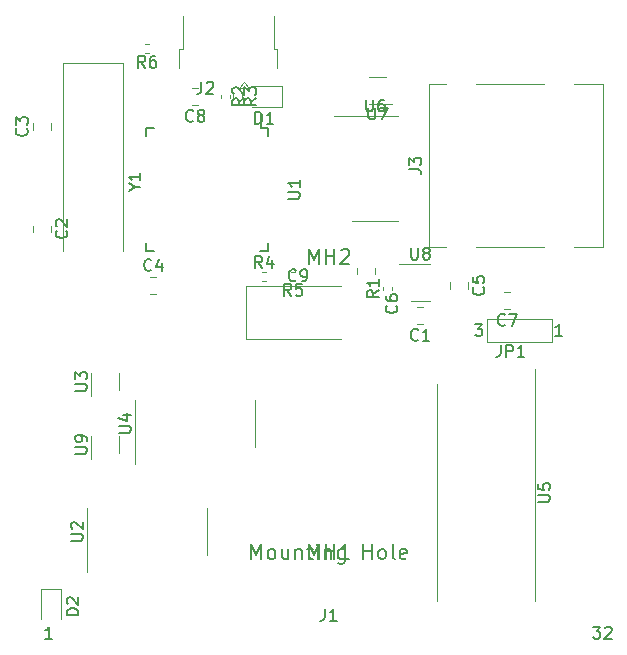
<source format=gbr>
%TF.GenerationSoftware,KiCad,Pcbnew,(6.0.9)*%
%TF.CreationDate,2023-01-10T17:41:50+01:00*%
%TF.ProjectId,gbcart,67626361-7274-42e6-9b69-6361645f7063,rev?*%
%TF.SameCoordinates,Original*%
%TF.FileFunction,Legend,Top*%
%TF.FilePolarity,Positive*%
%FSLAX46Y46*%
G04 Gerber Fmt 4.6, Leading zero omitted, Abs format (unit mm)*
G04 Created by KiCad (PCBNEW (6.0.9)) date 2023-01-10 17:41:50*
%MOMM*%
%LPD*%
G01*
G04 APERTURE LIST*
%ADD10C,0.150000*%
%ADD11C,0.120000*%
G04 APERTURE END LIST*
D10*
%TO.C,R4*%
X118197333Y-81578380D02*
X117864000Y-81102190D01*
X117625904Y-81578380D02*
X117625904Y-80578380D01*
X118006857Y-80578380D01*
X118102095Y-80626000D01*
X118149714Y-80673619D01*
X118197333Y-80768857D01*
X118197333Y-80911714D01*
X118149714Y-81006952D01*
X118102095Y-81054571D01*
X118006857Y-81102190D01*
X117625904Y-81102190D01*
X119054476Y-80911714D02*
X119054476Y-81578380D01*
X118816380Y-80530761D02*
X118578285Y-81245047D01*
X119197333Y-81245047D01*
%TO.C,J3*%
X130652380Y-73231333D02*
X131366666Y-73231333D01*
X131509523Y-73278952D01*
X131604761Y-73374190D01*
X131652380Y-73517047D01*
X131652380Y-73612285D01*
X130652380Y-72850380D02*
X130652380Y-72231333D01*
X131033333Y-72564666D01*
X131033333Y-72421809D01*
X131080952Y-72326571D01*
X131128571Y-72278952D01*
X131223809Y-72231333D01*
X131461904Y-72231333D01*
X131557142Y-72278952D01*
X131604761Y-72326571D01*
X131652380Y-72421809D01*
X131652380Y-72707523D01*
X131604761Y-72802761D01*
X131557142Y-72850380D01*
%TO.C,J2*%
X113057666Y-65809380D02*
X113057666Y-66523666D01*
X113010047Y-66666523D01*
X112914809Y-66761761D01*
X112771952Y-66809380D01*
X112676714Y-66809380D01*
X113486238Y-65904619D02*
X113533857Y-65857000D01*
X113629095Y-65809380D01*
X113867190Y-65809380D01*
X113962428Y-65857000D01*
X114010047Y-65904619D01*
X114057666Y-65999857D01*
X114057666Y-66095095D01*
X114010047Y-66237952D01*
X113438619Y-66809380D01*
X114057666Y-66809380D01*
%TO.C,D2*%
X102632380Y-110974095D02*
X101632380Y-110974095D01*
X101632380Y-110736000D01*
X101680000Y-110593142D01*
X101775238Y-110497904D01*
X101870476Y-110450285D01*
X102060952Y-110402666D01*
X102203809Y-110402666D01*
X102394285Y-110450285D01*
X102489523Y-110497904D01*
X102584761Y-110593142D01*
X102632380Y-110736000D01*
X102632380Y-110974095D01*
X101727619Y-110021714D02*
X101680000Y-109974095D01*
X101632380Y-109878857D01*
X101632380Y-109640761D01*
X101680000Y-109545523D01*
X101727619Y-109497904D01*
X101822857Y-109450285D01*
X101918095Y-109450285D01*
X102060952Y-109497904D01*
X102632380Y-110069333D01*
X102632380Y-109450285D01*
%TO.C,C7*%
X138749833Y-86365142D02*
X138702214Y-86412761D01*
X138559357Y-86460380D01*
X138464119Y-86460380D01*
X138321261Y-86412761D01*
X138226023Y-86317523D01*
X138178404Y-86222285D01*
X138130785Y-86031809D01*
X138130785Y-85888952D01*
X138178404Y-85698476D01*
X138226023Y-85603238D01*
X138321261Y-85508000D01*
X138464119Y-85460380D01*
X138559357Y-85460380D01*
X138702214Y-85508000D01*
X138749833Y-85555619D01*
X139083166Y-85460380D02*
X139749833Y-85460380D01*
X139321261Y-86460380D01*
%TO.C,C4*%
X108820833Y-81735142D02*
X108773214Y-81782761D01*
X108630357Y-81830380D01*
X108535119Y-81830380D01*
X108392261Y-81782761D01*
X108297023Y-81687523D01*
X108249404Y-81592285D01*
X108201785Y-81401809D01*
X108201785Y-81258952D01*
X108249404Y-81068476D01*
X108297023Y-80973238D01*
X108392261Y-80878000D01*
X108535119Y-80830380D01*
X108630357Y-80830380D01*
X108773214Y-80878000D01*
X108820833Y-80925619D01*
X109677976Y-81163714D02*
X109677976Y-81830380D01*
X109439880Y-80782761D02*
X109201785Y-81497047D01*
X109820833Y-81497047D01*
%TO.C,R2*%
X116684380Y-67222666D02*
X116208190Y-67556000D01*
X116684380Y-67794095D02*
X115684380Y-67794095D01*
X115684380Y-67413142D01*
X115732000Y-67317904D01*
X115779619Y-67270285D01*
X115874857Y-67222666D01*
X116017714Y-67222666D01*
X116112952Y-67270285D01*
X116160571Y-67317904D01*
X116208190Y-67413142D01*
X116208190Y-67794095D01*
X115779619Y-66841714D02*
X115732000Y-66794095D01*
X115684380Y-66698857D01*
X115684380Y-66460761D01*
X115732000Y-66365523D01*
X115779619Y-66317904D01*
X115874857Y-66270285D01*
X115970095Y-66270285D01*
X116112952Y-66317904D01*
X116684380Y-66889333D01*
X116684380Y-66270285D01*
%TO.C,U8*%
X130810095Y-79856380D02*
X130810095Y-80665904D01*
X130857714Y-80761142D01*
X130905333Y-80808761D01*
X131000571Y-80856380D01*
X131191047Y-80856380D01*
X131286285Y-80808761D01*
X131333904Y-80761142D01*
X131381523Y-80665904D01*
X131381523Y-79856380D01*
X132000571Y-80284952D02*
X131905333Y-80237333D01*
X131857714Y-80189714D01*
X131810095Y-80094476D01*
X131810095Y-80046857D01*
X131857714Y-79951619D01*
X131905333Y-79904000D01*
X132000571Y-79856380D01*
X132191047Y-79856380D01*
X132286285Y-79904000D01*
X132333904Y-79951619D01*
X132381523Y-80046857D01*
X132381523Y-80094476D01*
X132333904Y-80189714D01*
X132286285Y-80237333D01*
X132191047Y-80284952D01*
X132000571Y-80284952D01*
X131905333Y-80332571D01*
X131857714Y-80380190D01*
X131810095Y-80475428D01*
X131810095Y-80665904D01*
X131857714Y-80761142D01*
X131905333Y-80808761D01*
X132000571Y-80856380D01*
X132191047Y-80856380D01*
X132286285Y-80808761D01*
X132333904Y-80761142D01*
X132381523Y-80665904D01*
X132381523Y-80475428D01*
X132333904Y-80380190D01*
X132286285Y-80332571D01*
X132191047Y-80284952D01*
%TO.C,U3*%
X102354380Y-91947904D02*
X103163904Y-91947904D01*
X103259142Y-91900285D01*
X103306761Y-91852666D01*
X103354380Y-91757428D01*
X103354380Y-91566952D01*
X103306761Y-91471714D01*
X103259142Y-91424095D01*
X103163904Y-91376476D01*
X102354380Y-91376476D01*
X102354380Y-90995523D02*
X102354380Y-90376476D01*
X102735333Y-90709809D01*
X102735333Y-90566952D01*
X102782952Y-90471714D01*
X102830571Y-90424095D01*
X102925809Y-90376476D01*
X103163904Y-90376476D01*
X103259142Y-90424095D01*
X103306761Y-90471714D01*
X103354380Y-90566952D01*
X103354380Y-90852666D01*
X103306761Y-90947904D01*
X103259142Y-90995523D01*
%TO.C,MH1*%
X122131666Y-106219523D02*
X122131666Y-104949523D01*
X122555000Y-105856666D01*
X122978333Y-104949523D01*
X122978333Y-106219523D01*
X123583095Y-106219523D02*
X123583095Y-104949523D01*
X123583095Y-105554285D02*
X124308809Y-105554285D01*
X124308809Y-106219523D02*
X124308809Y-104949523D01*
X125578809Y-106219523D02*
X124853095Y-106219523D01*
X125215952Y-106219523D02*
X125215952Y-104949523D01*
X125095000Y-105130952D01*
X124974047Y-105251904D01*
X124853095Y-105312380D01*
X117263333Y-106219523D02*
X117263333Y-104949523D01*
X117686666Y-105856666D01*
X118110000Y-104949523D01*
X118110000Y-106219523D01*
X118896190Y-106219523D02*
X118775238Y-106159047D01*
X118714761Y-106098571D01*
X118654285Y-105977619D01*
X118654285Y-105614761D01*
X118714761Y-105493809D01*
X118775238Y-105433333D01*
X118896190Y-105372857D01*
X119077619Y-105372857D01*
X119198571Y-105433333D01*
X119259047Y-105493809D01*
X119319523Y-105614761D01*
X119319523Y-105977619D01*
X119259047Y-106098571D01*
X119198571Y-106159047D01*
X119077619Y-106219523D01*
X118896190Y-106219523D01*
X120408095Y-105372857D02*
X120408095Y-106219523D01*
X119863809Y-105372857D02*
X119863809Y-106038095D01*
X119924285Y-106159047D01*
X120045238Y-106219523D01*
X120226666Y-106219523D01*
X120347619Y-106159047D01*
X120408095Y-106098571D01*
X121012857Y-105372857D02*
X121012857Y-106219523D01*
X121012857Y-105493809D02*
X121073333Y-105433333D01*
X121194285Y-105372857D01*
X121375714Y-105372857D01*
X121496666Y-105433333D01*
X121557142Y-105554285D01*
X121557142Y-106219523D01*
X121980476Y-105372857D02*
X122464285Y-105372857D01*
X122161904Y-104949523D02*
X122161904Y-106038095D01*
X122222380Y-106159047D01*
X122343333Y-106219523D01*
X122464285Y-106219523D01*
X122887619Y-106219523D02*
X122887619Y-105372857D01*
X122887619Y-104949523D02*
X122827142Y-105010000D01*
X122887619Y-105070476D01*
X122948095Y-105010000D01*
X122887619Y-104949523D01*
X122887619Y-105070476D01*
X123492380Y-105372857D02*
X123492380Y-106219523D01*
X123492380Y-105493809D02*
X123552857Y-105433333D01*
X123673809Y-105372857D01*
X123855238Y-105372857D01*
X123976190Y-105433333D01*
X124036666Y-105554285D01*
X124036666Y-106219523D01*
X125185714Y-105372857D02*
X125185714Y-106400952D01*
X125125238Y-106521904D01*
X125064761Y-106582380D01*
X124943809Y-106642857D01*
X124762380Y-106642857D01*
X124641428Y-106582380D01*
X125185714Y-106159047D02*
X125064761Y-106219523D01*
X124822857Y-106219523D01*
X124701904Y-106159047D01*
X124641428Y-106098571D01*
X124580952Y-105977619D01*
X124580952Y-105614761D01*
X124641428Y-105493809D01*
X124701904Y-105433333D01*
X124822857Y-105372857D01*
X125064761Y-105372857D01*
X125185714Y-105433333D01*
X126758095Y-106219523D02*
X126758095Y-104949523D01*
X126758095Y-105554285D02*
X127483809Y-105554285D01*
X127483809Y-106219523D02*
X127483809Y-104949523D01*
X128270000Y-106219523D02*
X128149047Y-106159047D01*
X128088571Y-106098571D01*
X128028095Y-105977619D01*
X128028095Y-105614761D01*
X128088571Y-105493809D01*
X128149047Y-105433333D01*
X128270000Y-105372857D01*
X128451428Y-105372857D01*
X128572380Y-105433333D01*
X128632857Y-105493809D01*
X128693333Y-105614761D01*
X128693333Y-105977619D01*
X128632857Y-106098571D01*
X128572380Y-106159047D01*
X128451428Y-106219523D01*
X128270000Y-106219523D01*
X129419047Y-106219523D02*
X129298095Y-106159047D01*
X129237619Y-106038095D01*
X129237619Y-104949523D01*
X130386666Y-106159047D02*
X130265714Y-106219523D01*
X130023809Y-106219523D01*
X129902857Y-106159047D01*
X129842380Y-106038095D01*
X129842380Y-105554285D01*
X129902857Y-105433333D01*
X130023809Y-105372857D01*
X130265714Y-105372857D01*
X130386666Y-105433333D01*
X130447142Y-105554285D01*
X130447142Y-105675238D01*
X129842380Y-105796190D01*
%TO.C,U1*%
X120402380Y-75691904D02*
X121211904Y-75691904D01*
X121307142Y-75644285D01*
X121354761Y-75596666D01*
X121402380Y-75501428D01*
X121402380Y-75310952D01*
X121354761Y-75215714D01*
X121307142Y-75168095D01*
X121211904Y-75120476D01*
X120402380Y-75120476D01*
X121402380Y-74120476D02*
X121402380Y-74691904D01*
X121402380Y-74406190D02*
X120402380Y-74406190D01*
X120545238Y-74501428D01*
X120640476Y-74596666D01*
X120688095Y-74691904D01*
%TO.C,JP1*%
X138395666Y-88095380D02*
X138395666Y-88809666D01*
X138348047Y-88952523D01*
X138252809Y-89047761D01*
X138109952Y-89095380D01*
X138014714Y-89095380D01*
X138871857Y-89095380D02*
X138871857Y-88095380D01*
X139252809Y-88095380D01*
X139348047Y-88143000D01*
X139395666Y-88190619D01*
X139443285Y-88285857D01*
X139443285Y-88428714D01*
X139395666Y-88523952D01*
X139348047Y-88571571D01*
X139252809Y-88619190D01*
X138871857Y-88619190D01*
X140395666Y-89095380D02*
X139824238Y-89095380D01*
X140109952Y-89095380D02*
X140109952Y-88095380D01*
X140014714Y-88238238D01*
X139919476Y-88333476D01*
X139824238Y-88381095D01*
X143589714Y-87320380D02*
X143018285Y-87320380D01*
X143304000Y-87320380D02*
X143304000Y-86320380D01*
X143208761Y-86463238D01*
X143113523Y-86558476D01*
X143018285Y-86606095D01*
X136220666Y-86320380D02*
X136839714Y-86320380D01*
X136506380Y-86701333D01*
X136649238Y-86701333D01*
X136744476Y-86748952D01*
X136792095Y-86796571D01*
X136839714Y-86891809D01*
X136839714Y-87129904D01*
X136792095Y-87225142D01*
X136744476Y-87272761D01*
X136649238Y-87320380D01*
X136363523Y-87320380D01*
X136268285Y-87272761D01*
X136220666Y-87225142D01*
%TO.C,R3*%
X117700380Y-67222666D02*
X117224190Y-67556000D01*
X117700380Y-67794095D02*
X116700380Y-67794095D01*
X116700380Y-67413142D01*
X116748000Y-67317904D01*
X116795619Y-67270285D01*
X116890857Y-67222666D01*
X117033714Y-67222666D01*
X117128952Y-67270285D01*
X117176571Y-67317904D01*
X117224190Y-67413142D01*
X117224190Y-67794095D01*
X116700380Y-66889333D02*
X116700380Y-66270285D01*
X117081333Y-66603619D01*
X117081333Y-66460761D01*
X117128952Y-66365523D01*
X117176571Y-66317904D01*
X117271809Y-66270285D01*
X117509904Y-66270285D01*
X117605142Y-66317904D01*
X117652761Y-66365523D01*
X117700380Y-66460761D01*
X117700380Y-66746476D01*
X117652761Y-66841714D01*
X117605142Y-66889333D01*
%TO.C,C1*%
X131405333Y-87635142D02*
X131357714Y-87682761D01*
X131214857Y-87730380D01*
X131119619Y-87730380D01*
X130976761Y-87682761D01*
X130881523Y-87587523D01*
X130833904Y-87492285D01*
X130786285Y-87301809D01*
X130786285Y-87158952D01*
X130833904Y-86968476D01*
X130881523Y-86873238D01*
X130976761Y-86778000D01*
X131119619Y-86730380D01*
X131214857Y-86730380D01*
X131357714Y-86778000D01*
X131405333Y-86825619D01*
X132357714Y-87730380D02*
X131786285Y-87730380D01*
X132072000Y-87730380D02*
X132072000Y-86730380D01*
X131976761Y-86873238D01*
X131881523Y-86968476D01*
X131786285Y-87016095D01*
%TO.C,MH2*%
X122131666Y-81219523D02*
X122131666Y-79949523D01*
X122555000Y-80856666D01*
X122978333Y-79949523D01*
X122978333Y-81219523D01*
X123583095Y-81219523D02*
X123583095Y-79949523D01*
X123583095Y-80554285D02*
X124308809Y-80554285D01*
X124308809Y-81219523D02*
X124308809Y-79949523D01*
X124853095Y-80070476D02*
X124913571Y-80010000D01*
X125034523Y-79949523D01*
X125336904Y-79949523D01*
X125457857Y-80010000D01*
X125518333Y-80070476D01*
X125578809Y-80191428D01*
X125578809Y-80312380D01*
X125518333Y-80493809D01*
X124792619Y-81219523D01*
X125578809Y-81219523D01*
%TO.C,C8*%
X112355333Y-69093142D02*
X112307714Y-69140761D01*
X112164857Y-69188380D01*
X112069619Y-69188380D01*
X111926761Y-69140761D01*
X111831523Y-69045523D01*
X111783904Y-68950285D01*
X111736285Y-68759809D01*
X111736285Y-68616952D01*
X111783904Y-68426476D01*
X111831523Y-68331238D01*
X111926761Y-68236000D01*
X112069619Y-68188380D01*
X112164857Y-68188380D01*
X112307714Y-68236000D01*
X112355333Y-68283619D01*
X112926761Y-68616952D02*
X112831523Y-68569333D01*
X112783904Y-68521714D01*
X112736285Y-68426476D01*
X112736285Y-68378857D01*
X112783904Y-68283619D01*
X112831523Y-68236000D01*
X112926761Y-68188380D01*
X113117238Y-68188380D01*
X113212476Y-68236000D01*
X113260095Y-68283619D01*
X113307714Y-68378857D01*
X113307714Y-68426476D01*
X113260095Y-68521714D01*
X113212476Y-68569333D01*
X113117238Y-68616952D01*
X112926761Y-68616952D01*
X112831523Y-68664571D01*
X112783904Y-68712190D01*
X112736285Y-68807428D01*
X112736285Y-68997904D01*
X112783904Y-69093142D01*
X112831523Y-69140761D01*
X112926761Y-69188380D01*
X113117238Y-69188380D01*
X113212476Y-69140761D01*
X113260095Y-69093142D01*
X113307714Y-68997904D01*
X113307714Y-68807428D01*
X113260095Y-68712190D01*
X113212476Y-68664571D01*
X113117238Y-68616952D01*
%TO.C,U4*%
X106074380Y-95503904D02*
X106883904Y-95503904D01*
X106979142Y-95456285D01*
X107026761Y-95408666D01*
X107074380Y-95313428D01*
X107074380Y-95122952D01*
X107026761Y-95027714D01*
X106979142Y-94980095D01*
X106883904Y-94932476D01*
X106074380Y-94932476D01*
X106407714Y-94027714D02*
X107074380Y-94027714D01*
X106026761Y-94265809D02*
X106741047Y-94503904D01*
X106741047Y-93884857D01*
%TO.C,U7*%
X127194095Y-68000380D02*
X127194095Y-68809904D01*
X127241714Y-68905142D01*
X127289333Y-68952761D01*
X127384571Y-69000380D01*
X127575047Y-69000380D01*
X127670285Y-68952761D01*
X127717904Y-68905142D01*
X127765523Y-68809904D01*
X127765523Y-68000380D01*
X128146476Y-68000380D02*
X128813142Y-68000380D01*
X128384571Y-69000380D01*
%TO.C,R5*%
X120647833Y-83918380D02*
X120314500Y-83442190D01*
X120076404Y-83918380D02*
X120076404Y-82918380D01*
X120457357Y-82918380D01*
X120552595Y-82966000D01*
X120600214Y-83013619D01*
X120647833Y-83108857D01*
X120647833Y-83251714D01*
X120600214Y-83346952D01*
X120552595Y-83394571D01*
X120457357Y-83442190D01*
X120076404Y-83442190D01*
X121552595Y-82918380D02*
X121076404Y-82918380D01*
X121028785Y-83394571D01*
X121076404Y-83346952D01*
X121171642Y-83299333D01*
X121409738Y-83299333D01*
X121504976Y-83346952D01*
X121552595Y-83394571D01*
X121600214Y-83489809D01*
X121600214Y-83727904D01*
X121552595Y-83823142D01*
X121504976Y-83870761D01*
X121409738Y-83918380D01*
X121171642Y-83918380D01*
X121076404Y-83870761D01*
X121028785Y-83823142D01*
%TO.C,U5*%
X141562380Y-101345904D02*
X142371904Y-101345904D01*
X142467142Y-101298285D01*
X142514761Y-101250666D01*
X142562380Y-101155428D01*
X142562380Y-100964952D01*
X142514761Y-100869714D01*
X142467142Y-100822095D01*
X142371904Y-100774476D01*
X141562380Y-100774476D01*
X141562380Y-99822095D02*
X141562380Y-100298285D01*
X142038571Y-100345904D01*
X141990952Y-100298285D01*
X141943333Y-100203047D01*
X141943333Y-99964952D01*
X141990952Y-99869714D01*
X142038571Y-99822095D01*
X142133809Y-99774476D01*
X142371904Y-99774476D01*
X142467142Y-99822095D01*
X142514761Y-99869714D01*
X142562380Y-99964952D01*
X142562380Y-100203047D01*
X142514761Y-100298285D01*
X142467142Y-100345904D01*
%TO.C,C2*%
X101605142Y-78420166D02*
X101652761Y-78467785D01*
X101700380Y-78610642D01*
X101700380Y-78705880D01*
X101652761Y-78848738D01*
X101557523Y-78943976D01*
X101462285Y-78991595D01*
X101271809Y-79039214D01*
X101128952Y-79039214D01*
X100938476Y-78991595D01*
X100843238Y-78943976D01*
X100748000Y-78848738D01*
X100700380Y-78705880D01*
X100700380Y-78610642D01*
X100748000Y-78467785D01*
X100795619Y-78420166D01*
X100795619Y-78039214D02*
X100748000Y-77991595D01*
X100700380Y-77896357D01*
X100700380Y-77658261D01*
X100748000Y-77563023D01*
X100795619Y-77515404D01*
X100890857Y-77467785D01*
X100986095Y-77467785D01*
X101128952Y-77515404D01*
X101700380Y-78086833D01*
X101700380Y-77467785D01*
%TO.C,D1*%
X117625904Y-69358380D02*
X117625904Y-68358380D01*
X117864000Y-68358380D01*
X118006857Y-68406000D01*
X118102095Y-68501238D01*
X118149714Y-68596476D01*
X118197333Y-68786952D01*
X118197333Y-68929809D01*
X118149714Y-69120285D01*
X118102095Y-69215523D01*
X118006857Y-69310761D01*
X117864000Y-69358380D01*
X117625904Y-69358380D01*
X119149714Y-69358380D02*
X118578285Y-69358380D01*
X118864000Y-69358380D02*
X118864000Y-68358380D01*
X118768761Y-68501238D01*
X118673523Y-68596476D01*
X118578285Y-68644095D01*
%TO.C,J1*%
X123498266Y-110444780D02*
X123498266Y-111159066D01*
X123450647Y-111301923D01*
X123355409Y-111397161D01*
X123212552Y-111444780D01*
X123117314Y-111444780D01*
X124498266Y-111444780D02*
X123926838Y-111444780D01*
X124212552Y-111444780D02*
X124212552Y-110444780D01*
X124117314Y-110587638D01*
X124022076Y-110682876D01*
X123926838Y-110730495D01*
X146222076Y-111944780D02*
X146841123Y-111944780D01*
X146507790Y-112325733D01*
X146650647Y-112325733D01*
X146745885Y-112373352D01*
X146793504Y-112420971D01*
X146841123Y-112516209D01*
X146841123Y-112754304D01*
X146793504Y-112849542D01*
X146745885Y-112897161D01*
X146650647Y-112944780D01*
X146364933Y-112944780D01*
X146269695Y-112897161D01*
X146222076Y-112849542D01*
X147222076Y-112040019D02*
X147269695Y-111992400D01*
X147364933Y-111944780D01*
X147603028Y-111944780D01*
X147698266Y-111992400D01*
X147745885Y-112040019D01*
X147793504Y-112135257D01*
X147793504Y-112230495D01*
X147745885Y-112373352D01*
X147174457Y-112944780D01*
X147793504Y-112944780D01*
X100417314Y-112944780D02*
X99845885Y-112944780D01*
X100131600Y-112944780D02*
X100131600Y-111944780D01*
X100036361Y-112087638D01*
X99941123Y-112182876D01*
X99845885Y-112230495D01*
%TO.C,C5*%
X136911142Y-83224666D02*
X136958761Y-83272285D01*
X137006380Y-83415142D01*
X137006380Y-83510380D01*
X136958761Y-83653238D01*
X136863523Y-83748476D01*
X136768285Y-83796095D01*
X136577809Y-83843714D01*
X136434952Y-83843714D01*
X136244476Y-83796095D01*
X136149238Y-83748476D01*
X136054000Y-83653238D01*
X136006380Y-83510380D01*
X136006380Y-83415142D01*
X136054000Y-83272285D01*
X136101619Y-83224666D01*
X136006380Y-82319904D02*
X136006380Y-82796095D01*
X136482571Y-82843714D01*
X136434952Y-82796095D01*
X136387333Y-82700857D01*
X136387333Y-82462761D01*
X136434952Y-82367523D01*
X136482571Y-82319904D01*
X136577809Y-82272285D01*
X136815904Y-82272285D01*
X136911142Y-82319904D01*
X136958761Y-82367523D01*
X137006380Y-82462761D01*
X137006380Y-82700857D01*
X136958761Y-82796095D01*
X136911142Y-82843714D01*
%TO.C,R6*%
X108291333Y-64614380D02*
X107958000Y-64138190D01*
X107719904Y-64614380D02*
X107719904Y-63614380D01*
X108100857Y-63614380D01*
X108196095Y-63662000D01*
X108243714Y-63709619D01*
X108291333Y-63804857D01*
X108291333Y-63947714D01*
X108243714Y-64042952D01*
X108196095Y-64090571D01*
X108100857Y-64138190D01*
X107719904Y-64138190D01*
X109148476Y-63614380D02*
X108958000Y-63614380D01*
X108862761Y-63662000D01*
X108815142Y-63709619D01*
X108719904Y-63852476D01*
X108672285Y-64042952D01*
X108672285Y-64423904D01*
X108719904Y-64519142D01*
X108767523Y-64566761D01*
X108862761Y-64614380D01*
X109053238Y-64614380D01*
X109148476Y-64566761D01*
X109196095Y-64519142D01*
X109243714Y-64423904D01*
X109243714Y-64185809D01*
X109196095Y-64090571D01*
X109148476Y-64042952D01*
X109053238Y-63995333D01*
X108862761Y-63995333D01*
X108767523Y-64042952D01*
X108719904Y-64090571D01*
X108672285Y-64185809D01*
%TO.C,U6*%
X127000095Y-67324380D02*
X127000095Y-68133904D01*
X127047714Y-68229142D01*
X127095333Y-68276761D01*
X127190571Y-68324380D01*
X127381047Y-68324380D01*
X127476285Y-68276761D01*
X127523904Y-68229142D01*
X127571523Y-68133904D01*
X127571523Y-67324380D01*
X128476285Y-67324380D02*
X128285809Y-67324380D01*
X128190571Y-67372000D01*
X128142952Y-67419619D01*
X128047714Y-67562476D01*
X128000095Y-67752952D01*
X128000095Y-68133904D01*
X128047714Y-68229142D01*
X128095333Y-68276761D01*
X128190571Y-68324380D01*
X128381047Y-68324380D01*
X128476285Y-68276761D01*
X128523904Y-68229142D01*
X128571523Y-68133904D01*
X128571523Y-67895809D01*
X128523904Y-67800571D01*
X128476285Y-67752952D01*
X128381047Y-67705333D01*
X128190571Y-67705333D01*
X128095333Y-67752952D01*
X128047714Y-67800571D01*
X128000095Y-67895809D01*
%TO.C,U2*%
X102010380Y-104647904D02*
X102819904Y-104647904D01*
X102915142Y-104600285D01*
X102962761Y-104552666D01*
X103010380Y-104457428D01*
X103010380Y-104266952D01*
X102962761Y-104171714D01*
X102915142Y-104124095D01*
X102819904Y-104076476D01*
X102010380Y-104076476D01*
X102105619Y-103647904D02*
X102058000Y-103600285D01*
X102010380Y-103505047D01*
X102010380Y-103266952D01*
X102058000Y-103171714D01*
X102105619Y-103124095D01*
X102200857Y-103076476D01*
X102296095Y-103076476D01*
X102438952Y-103124095D01*
X103010380Y-103695523D01*
X103010380Y-103076476D01*
%TO.C,Y1*%
X107412190Y-74739690D02*
X107888380Y-74739690D01*
X106888380Y-75073023D02*
X107412190Y-74739690D01*
X106888380Y-74406357D01*
X107888380Y-73549214D02*
X107888380Y-74120642D01*
X107888380Y-73834928D02*
X106888380Y-73834928D01*
X107031238Y-73930166D01*
X107126476Y-74025404D01*
X107174095Y-74120642D01*
%TO.C,C3*%
X98245142Y-69762666D02*
X98292761Y-69810285D01*
X98340380Y-69953142D01*
X98340380Y-70048380D01*
X98292761Y-70191238D01*
X98197523Y-70286476D01*
X98102285Y-70334095D01*
X97911809Y-70381714D01*
X97768952Y-70381714D01*
X97578476Y-70334095D01*
X97483238Y-70286476D01*
X97388000Y-70191238D01*
X97340380Y-70048380D01*
X97340380Y-69953142D01*
X97388000Y-69810285D01*
X97435619Y-69762666D01*
X97340380Y-69429333D02*
X97340380Y-68810285D01*
X97721333Y-69143619D01*
X97721333Y-69000761D01*
X97768952Y-68905523D01*
X97816571Y-68857904D01*
X97911809Y-68810285D01*
X98149904Y-68810285D01*
X98245142Y-68857904D01*
X98292761Y-68905523D01*
X98340380Y-69000761D01*
X98340380Y-69286476D01*
X98292761Y-69381714D01*
X98245142Y-69429333D01*
%TO.C,U9*%
X102354380Y-97281904D02*
X103163904Y-97281904D01*
X103259142Y-97234285D01*
X103306761Y-97186666D01*
X103354380Y-97091428D01*
X103354380Y-96900952D01*
X103306761Y-96805714D01*
X103259142Y-96758095D01*
X103163904Y-96710476D01*
X102354380Y-96710476D01*
X103354380Y-96186666D02*
X103354380Y-95996190D01*
X103306761Y-95900952D01*
X103259142Y-95853333D01*
X103116285Y-95758095D01*
X102925809Y-95710476D01*
X102544857Y-95710476D01*
X102449619Y-95758095D01*
X102402000Y-95805714D01*
X102354380Y-95900952D01*
X102354380Y-96091428D01*
X102402000Y-96186666D01*
X102449619Y-96234285D01*
X102544857Y-96281904D01*
X102782952Y-96281904D01*
X102878190Y-96234285D01*
X102925809Y-96186666D01*
X102973428Y-96091428D01*
X102973428Y-95900952D01*
X102925809Y-95805714D01*
X102878190Y-95758095D01*
X102782952Y-95710476D01*
%TO.C,R1*%
X128060380Y-83478666D02*
X127584190Y-83812000D01*
X128060380Y-84050095D02*
X127060380Y-84050095D01*
X127060380Y-83669142D01*
X127108000Y-83573904D01*
X127155619Y-83526285D01*
X127250857Y-83478666D01*
X127393714Y-83478666D01*
X127488952Y-83526285D01*
X127536571Y-83573904D01*
X127584190Y-83669142D01*
X127584190Y-84050095D01*
X128060380Y-82526285D02*
X128060380Y-83097714D01*
X128060380Y-82812000D02*
X127060380Y-82812000D01*
X127203238Y-82907238D01*
X127298476Y-83002476D01*
X127346095Y-83097714D01*
%TO.C,C6*%
X129545142Y-84770166D02*
X129592761Y-84817785D01*
X129640380Y-84960642D01*
X129640380Y-85055880D01*
X129592761Y-85198738D01*
X129497523Y-85293976D01*
X129402285Y-85341595D01*
X129211809Y-85389214D01*
X129068952Y-85389214D01*
X128878476Y-85341595D01*
X128783238Y-85293976D01*
X128688000Y-85198738D01*
X128640380Y-85055880D01*
X128640380Y-84960642D01*
X128688000Y-84817785D01*
X128735619Y-84770166D01*
X128640380Y-83913023D02*
X128640380Y-84103500D01*
X128688000Y-84198738D01*
X128735619Y-84246357D01*
X128878476Y-84341595D01*
X129068952Y-84389214D01*
X129449904Y-84389214D01*
X129545142Y-84341595D01*
X129592761Y-84293976D01*
X129640380Y-84198738D01*
X129640380Y-84008261D01*
X129592761Y-83913023D01*
X129545142Y-83865404D01*
X129449904Y-83817785D01*
X129211809Y-83817785D01*
X129116571Y-83865404D01*
X129068952Y-83913023D01*
X129021333Y-84008261D01*
X129021333Y-84198738D01*
X129068952Y-84293976D01*
X129116571Y-84341595D01*
X129211809Y-84389214D01*
%TO.C,C9*%
X121055833Y-82601142D02*
X121008214Y-82648761D01*
X120865357Y-82696380D01*
X120770119Y-82696380D01*
X120627261Y-82648761D01*
X120532023Y-82553523D01*
X120484404Y-82458285D01*
X120436785Y-82267809D01*
X120436785Y-82124952D01*
X120484404Y-81934476D01*
X120532023Y-81839238D01*
X120627261Y-81744000D01*
X120770119Y-81696380D01*
X120865357Y-81696380D01*
X121008214Y-81744000D01*
X121055833Y-81791619D01*
X121532023Y-82696380D02*
X121722500Y-82696380D01*
X121817738Y-82648761D01*
X121865357Y-82601142D01*
X121960595Y-82458285D01*
X122008214Y-82267809D01*
X122008214Y-81886857D01*
X121960595Y-81791619D01*
X121912976Y-81744000D01*
X121817738Y-81696380D01*
X121627261Y-81696380D01*
X121532023Y-81744000D01*
X121484404Y-81791619D01*
X121436785Y-81886857D01*
X121436785Y-82124952D01*
X121484404Y-82220190D01*
X121532023Y-82267809D01*
X121627261Y-82315428D01*
X121817738Y-82315428D01*
X121912976Y-82267809D01*
X121960595Y-82220190D01*
X122008214Y-82124952D01*
D11*
%TO.C,R4*%
X118196379Y-82676000D02*
X118531621Y-82676000D01*
X118196379Y-81916000D02*
X118531621Y-81916000D01*
%TO.C,J3*%
X132340000Y-79808000D02*
X133740000Y-79808000D01*
X144560000Y-79808000D02*
X147060000Y-79808000D01*
X132340000Y-79808000D02*
X132340000Y-65988000D01*
X144560000Y-65988000D02*
X147060000Y-65988000D01*
X132340000Y-65988000D02*
X133740000Y-65988000D01*
X136260000Y-65988000D02*
X142040000Y-65988000D01*
X147060000Y-79808000D02*
X147060000Y-65988000D01*
X142040000Y-79808000D02*
X136260000Y-79808000D01*
%TO.C,J2*%
X116241000Y-66307000D02*
X116641000Y-65857000D01*
X119191000Y-60257000D02*
X119191000Y-63057000D01*
X119491000Y-63057000D02*
X119191000Y-63057000D01*
X111491000Y-63057000D02*
X111191000Y-63057000D01*
X116641000Y-65857000D02*
X117041000Y-66307000D01*
X111191000Y-63057000D02*
X111191000Y-64607000D01*
X117041000Y-66307000D02*
X116241000Y-66307000D01*
X119491000Y-63057000D02*
X119491000Y-64607000D01*
X111491000Y-60257000D02*
X111491000Y-63057000D01*
%TO.C,D2*%
X101180000Y-108736000D02*
X99480000Y-108736000D01*
X99480000Y-108736000D02*
X99480000Y-111286000D01*
X101180000Y-108736000D02*
X101180000Y-111286000D01*
%TO.C,C7*%
X139177752Y-83593000D02*
X138655248Y-83593000D01*
X139177752Y-85063000D02*
X138655248Y-85063000D01*
%TO.C,C4*%
X108726248Y-82323000D02*
X109248752Y-82323000D01*
X108726248Y-83793000D02*
X109248752Y-83793000D01*
%TO.C,R2*%
X115442000Y-66888379D02*
X115442000Y-67223621D01*
X114682000Y-66888379D02*
X114682000Y-67223621D01*
%TO.C,U8*%
X131572000Y-84364000D02*
X130772000Y-84364000D01*
X131572000Y-81244000D02*
X129772000Y-81244000D01*
X131572000Y-81244000D02*
X132372000Y-81244000D01*
X131572000Y-84364000D02*
X132372000Y-84364000D01*
%TO.C,U3*%
X106062000Y-91886000D02*
X106062000Y-90486000D01*
X103742000Y-90486000D02*
X103742000Y-92386000D01*
D10*
%TO.C,U1*%
X118675000Y-80105000D02*
X118000000Y-80105000D01*
X118675000Y-80105000D02*
X118675000Y-79430000D01*
X108325000Y-80105000D02*
X109000000Y-80105000D01*
X118100000Y-69755000D02*
X118100000Y-68480000D01*
X108325000Y-69755000D02*
X109000000Y-69755000D01*
X118675000Y-69755000D02*
X118675000Y-70430000D01*
X108325000Y-69755000D02*
X108325000Y-70430000D01*
X108325000Y-80105000D02*
X108325000Y-79430000D01*
X118675000Y-69755000D02*
X118100000Y-69755000D01*
D11*
%TO.C,JP1*%
X142704000Y-85918000D02*
X142704000Y-87868000D01*
X137204000Y-85918000D02*
X142704000Y-85918000D01*
X142704000Y-87868000D02*
X137204000Y-87868000D01*
X137204000Y-87868000D02*
X137204000Y-85918000D01*
%TO.C,R3*%
X116458000Y-66888379D02*
X116458000Y-67223621D01*
X115698000Y-66888379D02*
X115698000Y-67223621D01*
%TO.C,C1*%
X131833252Y-86333000D02*
X131310748Y-86333000D01*
X131833252Y-84863000D02*
X131310748Y-84863000D01*
%TO.C,C8*%
X112783252Y-66321000D02*
X112260748Y-66321000D01*
X112783252Y-67791000D02*
X112260748Y-67791000D01*
%TO.C,U4*%
X107462000Y-94742000D02*
X107462000Y-92792000D01*
X117582000Y-94742000D02*
X117582000Y-96692000D01*
X117582000Y-94742000D02*
X117582000Y-92792000D01*
X107462000Y-94742000D02*
X107462000Y-98192000D01*
%TO.C,U7*%
X127256000Y-67708000D02*
X129156000Y-67708000D01*
X128656000Y-65388000D02*
X127256000Y-65388000D01*
%TO.C,R5*%
X120982121Y-81916000D02*
X120646879Y-81916000D01*
X120982121Y-82676000D02*
X120646879Y-82676000D01*
%TO.C,U5*%
X133000000Y-100584000D02*
X133000000Y-109784000D01*
X141320000Y-100584000D02*
X141320000Y-109784000D01*
X133000000Y-100584000D02*
X133000000Y-91384000D01*
X141320000Y-100584000D02*
X141320000Y-90109000D01*
%TO.C,C2*%
X100303000Y-77992248D02*
X100303000Y-78514752D01*
X98833000Y-77992248D02*
X98833000Y-78514752D01*
%TO.C,D1*%
X119864000Y-66206000D02*
X117314000Y-66206000D01*
X119864000Y-67906000D02*
X117314000Y-67906000D01*
X119864000Y-67906000D02*
X119864000Y-66206000D01*
%TO.C,C5*%
X134139000Y-82796748D02*
X134139000Y-83319252D01*
X135609000Y-82796748D02*
X135609000Y-83319252D01*
%TO.C,R6*%
X108625621Y-63372000D02*
X108290379Y-63372000D01*
X108625621Y-62612000D02*
X108290379Y-62612000D01*
%TO.C,U6*%
X127762000Y-77587000D02*
X125812000Y-77587000D01*
X127762000Y-68717000D02*
X129712000Y-68717000D01*
X127762000Y-77587000D02*
X129712000Y-77587000D01*
X127762000Y-68717000D02*
X124312000Y-68717000D01*
%TO.C,U2*%
X113518000Y-103886000D02*
X113518000Y-101936000D01*
X103398000Y-103886000D02*
X103398000Y-107336000D01*
X113518000Y-103886000D02*
X113518000Y-105836000D01*
X103398000Y-103886000D02*
X103398000Y-101936000D01*
%TO.C,Y1*%
X106436000Y-80163500D02*
X106436000Y-64188500D01*
X106436000Y-64188500D02*
X101336000Y-64188500D01*
X101336000Y-64188500D02*
X101336000Y-80163500D01*
%TO.C,C3*%
X100303000Y-69857252D02*
X100303000Y-69334748D01*
X98833000Y-69857252D02*
X98833000Y-69334748D01*
%TO.C,U9*%
X106062000Y-97220000D02*
X106062000Y-95820000D01*
X103742000Y-95820000D02*
X103742000Y-97720000D01*
%TO.C,R1*%
X129158000Y-83479621D02*
X129158000Y-83144379D01*
X128398000Y-83479621D02*
X128398000Y-83144379D01*
%TO.C,C6*%
X126265000Y-81548248D02*
X126265000Y-82070752D01*
X127735000Y-81548248D02*
X127735000Y-82070752D01*
%TO.C,C9*%
X124872500Y-83084000D02*
X116812500Y-83084000D01*
X116812500Y-87604000D02*
X124872500Y-87604000D01*
X116812500Y-83084000D02*
X116812500Y-87604000D01*
%TD*%
M02*

</source>
